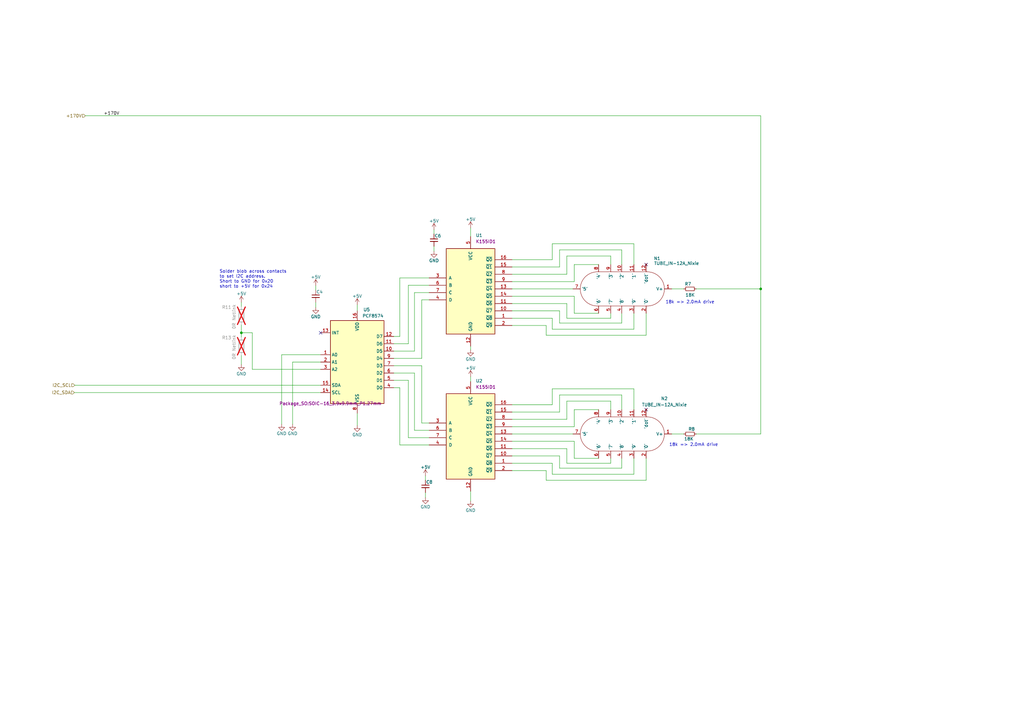
<source format=kicad_sch>
(kicad_sch (version 20250114) (generator "eeschema") (generator_version "9.0")
  (paper "A3")
  (title_block (title "NixieClock") (date "2023-08-22") (rev "01") (company "Terminal Curiosity"))
  (lib_symbols
    (symbol "Device:C_Small" (pin_numbers (hide yes)) (pin_names (offset 0.254) (hide yes))
      (property "Reference" "C" (at 0.254 1.778 0))
      (property "Value" "C_Small" (at 0.254 -2.032 0))
      (symbol "C_Small_0_1"
        (polyline (pts (xy -1.524 0.508) (xy 1.524 0.508)) (stroke (width 0.3048)))
        (polyline (pts (xy -1.524 -0.508) (xy 1.524 -0.508)) (stroke (width 0.3302)))
      )
      (symbol "C_Small_1_1"
        (pin passive line (at 0 2.54 270) (length 2.032) (name "~") (number "1"))
        (pin passive line (at 0 -2.54 90) (length 2.032) (name "~") (number "2"))
      )
    )
    (symbol "Device:R" (pin_numbers (hide yes)) (pin_names (offset 0))
      (property "Reference" "R" (at 2.032 0 90))
      (property "Value" "R" (at 0 0 90))
      (symbol "R_0_1"
        (rectangle (start -1.016 -2.54) (end 1.016 2.54) (stroke (width 0.254)))
      )
      (symbol "R_1_1"
        (pin passive line (at 0 3.81 270) (length 1.27) (name "~") (number "1"))
        (pin passive line (at 0 -3.81 90) (length 1.27) (name "~") (number "2"))
      )
    )
    (symbol "Device:R_Small" (pin_numbers (hide yes)) (pin_names (offset 0.254) (hide yes))
      (property "Reference" "R" (at 0.762 0.508 0))
      (property "Value" "R_Small" (at 0.762 -1.016 0))
      (symbol "R_Small_0_1"
        (rectangle (start -0.762 1.778) (end 0.762 -1.778) (stroke (width 0.2032)))
      )
      (symbol "R_Small_1_1"
        (pin passive line (at 0 2.54 270) (length 0.762) (name "~") (number "1"))
        (pin passive line (at 0 -2.54 90) (length 0.762) (name "~") (number "2"))
      )
    )
    (symbol "TerminalCuriositySymbols:IC_K155ID1_TUBE_DRIVER" (pin_names (offset 1.016))
      (property "Reference" "U?" (at 1 36 0))
      (property "SNAPEDA_PN" "K155ID1" (at -46.14 -2.54 0))
      (symbol "IC_K155ID1_TUBE_DRIVER_0_1"
        (rectangle (start 0 35) (end 20 0) (stroke (width 0.254)) (fill (type background)))
      )
      (symbol "IC_K155ID1_TUBE_DRIVER_1_0"
        (pin power_in line (at 10 40 270) (length 5) (name "VCC") (number "5"))
        (pin power_in line (at 10 -5 90) (length 5) (name "GND") (number "12"))
      )
      (symbol "IC_K155ID1_TUBE_DRIVER_1_1"
        (pin input line (at -7 23 0) (length 7) (name "A") (number "3"))
        (pin input line (at -7 20 0) (length 7) (name "B") (number "6"))
        (pin input line (at -7 17 0) (length 7) (name "C") (number "7"))
        (pin input line (at -7 14 0) (length 7) (name "D") (number "4"))
        (pin open_collector line (at 27 30.5 180) (length 7) (name "~{Q0}") (number "16"))
        (pin open_collector line (at 27 27.5 180) (length 7) (name "~{Q1}") (number "15"))
        (pin open_collector line (at 27 24.5 180) (length 7) (name "~{Q2}") (number "8"))
        (pin open_collector line (at 27 21.5 180) (length 7) (name "~{Q3}") (number "9"))
        (pin open_collector line (at 27 18.5 180) (length 7) (name "~{Q4}") (number "13"))
        (pin open_collector line (at 27 15.5 180) (length 7) (name "~{Q5}") (number "14"))
        (pin open_collector line (at 27 12.5 180) (length 7) (name "~{Q6}") (number "11"))
        (pin open_collector line (at 27 9.5 180) (length 7) (name "~{Q7}") (number "10"))
        (pin open_collector line (at 27 6.5 180) (length 7) (name "~{Q8}") (number "1"))
        (pin open_collector line (at 27 3.5 180) (length 7) (name "~{Q9}") (number "2"))
      )
    )
    (symbol "TerminalCuriositySymbols:IC_PCF8574"
      (property "Reference" "U?" (at 1.5 35.5 0))
      (property "Value" "PCF8574" (at 0 0 0))
      (symbol "IC_PCF8574_0_1"
        (rectangle (start 0 34) (end 22 0) (stroke (width 0.254)) (fill (type background)))
      )
      (symbol "IC_PCF8574_1_1"
        (pin input line (at -4 29 0) (length 4) (name "INT") (number "13"))
        (pin input line (at -4 20 0) (length 4) (name "A0") (number "1"))
        (pin input line (at -4 17 0) (length 4) (name "A1") (number "2"))
        (pin input line (at -4 14 0) (length 4) (name "A2") (number "3"))
        (pin bidirectional line (at -4 7.5 0) (length 4) (name "SDA") (number "15"))
        (pin bidirectional line (at -4 4.5 0) (length 4) (name "SCL") (number "14"))
        (pin power_in line (at 11 38 270) (length 4) (name "VDD") (number "16"))
        (pin power_in line (at 11 -4 90) (length 3.81) (name "VSS") (number "8"))
        (pin tri_state line (at 26 27.5 180) (length 4) (name "D7") (number "12"))
        (pin tri_state line (at 26 24.5 180) (length 4) (name "D6") (number "11"))
        (pin tri_state line (at 26 21.5 180) (length 4) (name "D5") (number "10"))
        (pin tri_state line (at 26 18.5 180) (length 4) (name "D4") (number "9"))
        (pin tri_state line (at 26 15.5 180) (length 4) (name "D3") (number "7"))
        (pin tri_state line (at 26 12.5 180) (length 4) (name "D2") (number "6"))
        (pin tri_state line (at 26 9.5 180) (length 4) (name "D1") (number "5"))
        (pin tri_state line (at 26 6.5 180) (length 4) (name "D0") (number "4"))
      )
    )
    (symbol "TerminalCuriositySymbols:TUBE_IN-12A_Nixie"
      (property "Reference" "N?" (at 14.4635 10.1315 0))
      (property "Value" "TUBE_IN-12A_Nixie" (at 22 8 0))
      (symbol "TUBE_IN-12A_Nixie_0_1"
        (arc (start -10.5 -7) (mid -17.5 0) (end -10.5 7))
        (polyline (pts (xy -10.5 -7) (xy 10 -7)))
        (polyline (pts (xy 10 7) (xy -10.5 7)))
        (arc (start 10 7) (mid 17 0) (end 10 -7))
        (arc (start 17.78 0) (mid 17.78 0) (end 17.78 0))
      )
      (symbol "TUBE_IN-12A_Nixie_1_0"
        (pin power_in line (at -20.5 0 0) (length 3) (name "V+") (number "1"))
        (pin open_collector line (at -10 10 270) (length 3) (name "'0'") (number "2"))
        (pin no_connect line (at -10 -10 90) (length 3) (name "'dot'") (number "12"))
        (pin open_collector line (at -5 10 270) (length 3) (name "'9'") (number "3"))
        (pin open_collector line (at -5 -10 90) (length 3) (name "'1'") (number "11"))
        (pin open_collector line (at 0 10 270) (length 3) (name "'8'") (number "4"))
        (pin open_collector line (at 0 -10 90) (length 3) (name "'2'") (number "10"))
        (pin open_collector line (at 4.5 10 270) (length 3) (name "'7'") (number "5"))
        (pin open_collector line (at 4.5 -10 90) (length 3) (name "'3'") (number "9"))
        (pin open_collector line (at 9.5 10 270) (length 3) (name "'6'") (number "6"))
        (pin open_collector line (at 9.5 -10 90) (length 3) (name "'4'") (number "8"))
        (pin open_collector line (at 20 0 180) (length 3) (name "'5'") (number "7"))
      )
    )
    (symbol "power:+5V" (power) (pin_names (offset 0))
      (property "Value" "+5V" (at 0 3.556 0))
      (symbol "+5V_0_1"
        (polyline (pts (xy -0.762 1.27) (xy 0 2.54)))
        (polyline (pts (xy 0 2.54) (xy 0.762 1.27)))
        (polyline (pts (xy 0 0) (xy 0 2.54)))
      )
      (symbol "+5V_1_1"
        (pin power_in line (at 0 0 90) (length 0) (hide yes) (name "+5V") (number "1"))
      )
    )
    (symbol "power:GND" (power) (pin_names (offset 0))
      (property "Value" "GND" (at 0 -3.81 0))
      (symbol "GND_0_1"
        (polyline (pts (xy 0 0) (xy 0 -1.27) (xy 1.27 -1.27) (xy 0 -2.54) (xy -1.27 -1.27) (xy 0 -1.27)))
      )
      (symbol "GND_1_1"
        (pin power_in line (at 0 0 270) (length 0) (hide yes) (name "GND") (number "1"))
      )
    )
  )
  (text "18k => 2.0mA drive\n" (at 284.5 182.5 0) (effects (font (size 1.27 1.27))))
  (text "Solder blob across contacts\nto set I2C address.\nShort to GND for 0x20\nshort to +5V for 0x24" (at 90 114.5 0) (effects (font (size 1.27 1.27)) (justify left)))
  (text "18k => 2.0mA drive\n" (at 283 124 0) (effects (font (size 1.27 1.27))))
  (junction (at 99 136.5))
  (junction (at 312 118.5))
  (no_connect (at 265 168))
  (no_connect (at 265 108.5))
  (no_connect (at 131.5 136.5))
  (wire (pts (xy 235.5 115.5) (xy 235.5 108.5)))
  (wire (pts (xy 312 47.5) (xy 312 118.5)))
  (wire (pts (xy 99 145.81) (xy 99 149.5)))
  (wire (pts (xy 170 120) (xy 170 144)))
  (wire (pts (xy 164 182.5) (xy 164 159)))
  (wire (pts (xy 235.5 168) (xy 245.5 168)))
  (wire (pts (xy 210 175) (xy 235.5 175)))
  (wire (pts (xy 260 135) (xy 226.5 135)))
  (wire (pts (xy 235.5 188) (xy 245.5 188)))
  (wire (pts (xy 250.5 105) (xy 250.5 108.5)))
  (wire (pts (xy 120 148.5) (xy 120 174)))
  (wire (pts (xy 235.5 181) (xy 235.5 188)))
  (wire (pts (xy 170 176.5) (xy 170 153)))
  (wire (pts (xy 226.5 190) (xy 210 190)))
  (wire (pts (xy 103.5 136.5) (xy 99 136.5)))
  (wire (pts (xy 312 47.5) (xy 35 47.5)))
  (wire (pts (xy 255 132.5) (xy 255 128.5)))
  (wire (pts (xy 224 137.5) (xy 265 137.5)))
  (wire (pts (xy 210 121.5) (xy 235.5 121.5)))
  (wire (pts (xy 131.5 148.5) (xy 120 148.5)))
  (wire (pts (xy 226.5 106.5) (xy 226.5 100)))
  (wire (pts (xy 229.5 187) (xy 229.5 192)))
  (wire (pts (xy 226.5 159.5) (xy 260 159.5)))
  (wire (pts (xy 210 187) (xy 229.5 187)))
  (wire (pts (xy 229.5 162) (xy 255 162)))
  (wire (pts (xy 285.54 118.5) (xy 312 118.5)))
  (wire (pts (xy 178 94.182) (xy 178 95.96)))
  (wire (pts (xy 224 193) (xy 224 197)))
  (wire (pts (xy 210 178) (xy 235 178)))
  (wire (pts (xy 210 115.5) (xy 235.5 115.5)))
  (wire (pts (xy 210 181) (xy 235.5 181)))
  (wire (pts (xy 226.5 166) (xy 226.5 159.5)))
  (wire (pts (xy 129.5 124.04) (xy 129.5 126.072)))
  (wire (pts (xy 260 100) (xy 260 108.5)))
  (wire (pts (xy 232.5 124.5) (xy 210 124.5)))
  (wire (pts (xy 224 133.5) (xy 224 137.5)))
  (wire (pts (xy 170 144) (xy 161.5 144)))
  (wire (pts (xy 260 188) (xy 260 194.5)))
  (wire (pts (xy 226.5 135) (xy 226.5 130.5)))
  (wire (pts (xy 255 192) (xy 255 188)))
  (wire (pts (xy 232.5 105) (xy 250.5 105)))
  (wire (pts (xy 232.5 112.5) (xy 232.5 105)))
  (wire (pts (xy 173 150) (xy 173 173.5)))
  (wire (pts (xy 99 124) (xy 99 125.69)))
  (wire (pts (xy 174.5 202.04) (xy 174.5 204.072)))
  (wire (pts (xy 232.5 172) (xy 232.5 164.5)))
  (wire (pts (xy 164 159) (xy 161.5 159)))
  (wire (pts (xy 275.5 118.5) (xy 280.46 118.5)))
  (wire (pts (xy 235.5 175) (xy 235.5 168)))
  (wire (pts (xy 164 138) (xy 161.5 138)))
  (wire (pts (xy 229.5 132.5) (xy 255 132.5)))
  (wire (pts (xy 232.5 184) (xy 210 184)))
  (wire (pts (xy 161.5 150) (xy 173 150)))
  (wire (pts (xy 210 109.5) (xy 229.5 109.5)))
  (wire (pts (xy 164 114) (xy 176 114)))
  (wire (pts (xy 30.654 158) (xy 131.5 158)))
  (wire (pts (xy 210 118.5) (xy 235 118.5)))
  (wire (pts (xy 173 123) (xy 176 123)))
  (wire (pts (xy 146.5 125) (xy 146.5 127.5)))
  (wire (pts (xy 176 176.5) (xy 170 176.5)))
  (wire (pts (xy 260 159.5) (xy 260 168)))
  (wire (pts (xy 232.5 164.5) (xy 250.5 164.5)))
  (wire (pts (xy 173 147) (xy 173 123)))
  (wire (pts (xy 229.5 127.5) (xy 229.5 132.5)))
  (wire (pts (xy 167.5 141) (xy 167.5 117)))
  (wire (pts (xy 224 197) (xy 265 197)))
  (wire (pts (xy 210 172) (xy 232.5 172)))
  (wire (pts (xy 193 142) (xy 193 143.5)))
  (wire (pts (xy 210 112.5) (xy 232.5 112.5)))
  (wire (pts (xy 235.5 128.5) (xy 245.5 128.5)))
  (wire (pts (xy 161.5 147) (xy 173 147)))
  (wire (pts (xy 146.5 169.5) (xy 146.5 174.5)))
  (wire (pts (xy 232.5 130.5) (xy 232.5 124.5)))
  (wire (pts (xy 161.5 141) (xy 167.5 141)))
  (wire (pts (xy 250.5 188) (xy 250.5 190)))
  (wire (pts (xy 174.5 195.182) (xy 174.5 196.96)))
  (wire (pts (xy 167.5 156) (xy 167.5 179.5)))
  (wire (pts (xy 226.5 100) (xy 260 100)))
  (wire (pts (xy 255 102.5) (xy 255 108.5)))
  (wire (pts (xy 250.5 130.5) (xy 232.5 130.5)))
  (wire (pts (xy 210 169) (xy 229.5 169)))
  (wire (pts (xy 312 118.5) (xy 312 178)))
  (wire (pts (xy 210 193) (xy 224 193)))
  (wire (pts (xy 103.5 151.5) (xy 131.5 151.5)))
  (wire (pts (xy 235.5 108.5) (xy 245.5 108.5)))
  (wire (pts (xy 210 106.5) (xy 226.5 106.5)))
  (wire (pts (xy 229.5 102.5) (xy 255 102.5)))
  (wire (pts (xy 129.5 117.182) (xy 129.5 118.96)))
  (wire (pts (xy 275.5 178) (xy 280.46 178)))
  (wire (pts (xy 210 127.5) (xy 229.5 127.5)))
  (wire (pts (xy 265 197) (xy 265 188)))
  (wire (pts (xy 226.5 130.5) (xy 210 130.5)))
  (wire (pts (xy 176 182.5) (xy 164 182.5)))
  (wire (pts (xy 250.5 128.5) (xy 250.5 130.5)))
  (wire (pts (xy 99 136.5) (xy 99 138.19)))
  (wire (pts (xy 170 153) (xy 161.5 153)))
  (wire (pts (xy 178 101.04) (xy 178 103.072)))
  (wire (pts (xy 193 154.5) (xy 193 156.5)))
  (wire (pts (xy 229.5 192) (xy 255 192)))
  (wire (pts (xy 193 201.5) (xy 193 205.5)))
  (wire (pts (xy 176 120) (xy 170 120)))
  (wire (pts (xy 210 166) (xy 226.5 166)))
  (wire (pts (xy 167.5 117) (xy 176 117)))
  (wire (pts (xy 260 128.5) (xy 260 135)))
  (wire (pts (xy 285.54 178) (xy 312 178)))
  (wire (pts (xy 173 173.5) (xy 176 173.5)))
  (wire (pts (xy 260 194.5) (xy 226.5 194.5)))
  (wire (pts (xy 235.5 121.5) (xy 235.5 128.5)))
  (wire (pts (xy 131.5 145.5) (xy 115.5 145.5)))
  (wire (pts (xy 250.5 190) (xy 232.5 190)))
  (wire (pts (xy 103.5 151.5) (xy 103.5 136.5)))
  (wire (pts (xy 99 133.31) (xy 99 136.5)))
  (wire (pts (xy 229.5 169) (xy 229.5 162)))
  (wire (pts (xy 167.5 179.5) (xy 176 179.5)))
  (wire (pts (xy 255 162) (xy 255 168)))
  (wire (pts (xy 193 93.5) (xy 193 97)))
  (wire (pts (xy 210 133.5) (xy 224 133.5)))
  (wire (pts (xy 265 137.5) (xy 265 128.5)))
  (wire (pts (xy 164 114) (xy 164 138)))
  (wire (pts (xy 232.5 190) (xy 232.5 184)))
  (wire (pts (xy 161.5 156) (xy 167.5 156)))
  (wire (pts (xy 115.5 145.5) (xy 115.5 174)))
  (wire (pts (xy 229.5 109.5) (xy 229.5 102.5)))
  (wire (pts (xy 30.5 161) (xy 131.5 161)))
  (wire (pts (xy 250.5 164.5) (xy 250.5 168)))
  (wire (pts (xy 226.5 194.5) (xy 226.5 190)))
  (label "+170V" (at 42.5 47.5 0))
  (hierarchical_label "I2C_SDA" (shape input) (at 30.5 161 180))
  (hierarchical_label "I2C_SCL" (shape input) (at 30.654 158 180))
  (hierarchical_label "+170V" (shape input) (at 35 47.5 180))
  (symbol (lib_id "power:GND") (at 146.5 174.5 0) (unit 1)
    (property "Reference" "#PWR046" (effects (hide yes)))
    (property "Value" "GND" (at 146.5 178.31 0))
    (instances (project "NixieClock" (path "" (reference "#PWR046") (unit 1)) (path "" (reference "#PWR057") (unit 1))))
  )
  (symbol (lib_id "power:+5V") (at 99 124 0) (unit 1)
    (property "Reference" "#PWR066" (effects (hide yes)))
    (property "Value" "+5V" (at 99 120.444 0))
    (instances (project "NixieClock" (path "" (reference "#PWR066") (unit 1)) (path "" (reference "#PWR067") (unit 1))))
  )
  (symbol (lib_id "power:+5V") (at 193 93.5 0) (unit 1)
    (property "Reference" "#PWR049" (effects (hide yes)))
    (property "Value" "+5V" (at 193 89.944 0))
    (instances (project "NixieClock" (path "" (reference "#PWR049") (unit 1)) (path "" (reference "#PWR060") (unit 1))))
  )
  (symbol (lib_id "TerminalCuriositySymbols:IC_K155ID1_TUBE_DRIVER") (at 183 196.5 0) (unit 1)
    (property "Reference" "U2" (at 195.1433 156.21 0) (effects (justify left)))
    (property "Value" "K155ID1" (effects (hide yes)))
    (property "Footprint" "Package_DIP:DIP-16_W7.62mm" (effects (hide yes)))
    (property "Description" "K155ID1 NIXIE TUBE DRIVER" (effects (hide yes)))
    (property "SNAPEDA_PN" "K155ID1" (at 195.1433 158.75 0) (effects (justify left)))
    (property "MANUFACTURER" "MSI" (effects (hide yes)))
    (instances (project "" (path "" (reference "U2") (unit 1)) (path "" (reference "U4") (unit 1))))
  )
  (symbol (lib_id "power:+5V") (at 174.5 195.182 0) (unit 1)
    (property "Reference" "#PWR047" (effects (hide yes)))
    (property "Value" "+5V" (at 174.5 191.626 0))
    (instances (project "NixieClock" (path "" (reference "#PWR047") (unit 1)) (path "" (reference "#PWR058") (unit 1))))
  )
  (symbol (lib_id "TerminalCuriositySymbols:TUBE_IN-12A_Nixie") (at 255 118.5 180) (unit 1)
    (property "Reference" "N1" (at 269.5 106 0))
    (property "Value" "TUBE_IN-12A_Nixie" (at 277.5 108 0))
    (property "Footprint" "TerminalCuriosityFootprints:in-12_nixie-tube" (effects (hide yes)))
    (property "Description" "IN-12A Nixie tube" (effects (hide yes)))
    (property "Checked" "LP" (effects (hide yes)))
    (instances (project "NixieClock" (path "" (reference "N1") (unit 1)) (path "" (reference "N3") (unit 1))))
  )
  (symbol (lib_id "power:GND") (at 120 174 0) (unit 1)
    (property "Reference" "#PWR035" (effects (hide yes)))
    (property "Value" "GND" (at 120 177.81 0))
    (instances (project "NixieClock" (path "" (reference "#PWR035") (unit 1)) (path "" (reference "#PWR036") (unit 1))))
  )
  (symbol (lib_id "TerminalCuriositySymbols:TUBE_IN-12A_Nixie") (at 255 178 180) (unit 1)
    (property "Reference" "N2" (at 272.5 163.46 0))
    (property "Value" "TUBE_IN-12A_Nixie" (at 272.5 166 0))
    (property "Footprint" "TerminalCuriosityFootprints:in-12_nixie-tube" (effects (hide yes)))
    (property "Description" "IN-12A Nixie tube" (effects (hide yes)))
    (property "Checked" "LP" (effects (hide yes)))
    (instances (project "NixieClock" (path "" (reference "N2") (unit 1)) (path "" (reference "N4") (unit 1))))
  )
  (symbol (lib_id "power:+5V") (at 146.5 125 0) (unit 1)
    (property "Reference" "#PWR045" (effects (hide yes)))
    (property "Value" "+5V" (at 146.5 121.444 0))
    (instances (project "NixieClock" (path "" (reference "#PWR045") (unit 1)) (path "" (reference "#PWR056") (unit 1))))
  )
  (symbol (lib_id "power:GND") (at 193 205.5 0) (unit 1)
    (property "Reference" "#PWR052" (effects (hide yes)))
    (property "Value" "GND" (at 193 209.31 0))
    (instances (project "NixieClock" (path "" (reference "#PWR052") (unit 1)) (path "" (reference "#PWR063") (unit 1))))
  )
  (symbol (lib_id "power:+5V") (at 193 154.5 0) (unit 1)
    (property "Reference" "#PWR051" (effects (hide yes)))
    (property "Value" "+5V" (at 193 150.944 0))
    (instances (project "NixieClock" (path "" (reference "#PWR051") (unit 1)) (path "" (reference "#PWR062") (unit 1))))
  )
  (symbol (lib_id "Device:C_Small") (at 178 98.5 0) (unit 1)
    (property "Reference" "C6" (at 178.254 96.722 0) (effects (justify left)))
    (property "Value" "100nF" (effects (hide yes)))
    (property "Footprint" "Capacitor_SMD:C_0603_1608Metric_Pad1.08x0.95mm_HandSolder" (effects (hide yes)))
    (property "Supplier" "Digikey" (effects (hide yes)))
    (property "Manufacturer P/N" "CL21B104KCFNNNE" (effects (hide yes)))
    (property "Manufacturer" "Samsung" (effects (hide yes)))
    (instances (project "NixieClock" (path "" (reference "C6") (unit 1)) (path "" (reference "C7") (unit 1))))
  )
  (symbol (lib_id "power:GND") (at 115.5 174 0) (unit 1)
    (property "Reference" "#PWR033" (effects (hide yes)))
    (property "Value" "GND" (at 115.5 177.81 0))
    (instances (project "NixieClock" (path "" (reference "#PWR033") (unit 1)) (path "" (reference "#PWR034") (unit 1))))
  )
  (symbol (lib_id "Device:R") (at 99 142 0) (unit 1) (in_bom no) (dnp yes)
    (property "Reference" "R13" (at 91 138.5 0) (effects (justify left)))
    (property "Value" "0R Netlink" (at 96 147.5 90) (effects (justify left)))
    (property "Footprint" "Resistor_SMD:R_0402_1005Metric" (effects (hide yes)))
    (property "Description" "Resistor" (effects (hide yes)))
    (instances (project "NixieClock" (path "" (reference "R13") (unit 1)) (path "" (reference "R14") (unit 1))))
  )
  (symbol (lib_id "power:+5V") (at 129.5 117.182 0) (unit 1)
    (property "Reference" "#PWR037" (effects (hide yes)))
    (property "Value" "+5V" (at 129.5 113.626 0))
    (instances (project "NixieClock" (path "" (reference "#PWR037") (unit 1)) (path "" (reference "#PWR038") (unit 1))))
  )
  (symbol (lib_id "power:GND") (at 129.5 126.072 0) (unit 1)
    (property "Reference" "#PWR044" (effects (hide yes)))
    (property "Value" "GND" (at 129.5 129.882 0))
    (instances (project "NixieClock" (path "" (reference "#PWR044") (unit 1)) (path "" (reference "#PWR055") (unit 1))))
  )
  (symbol (lib_id "power:GND") (at 193 143.5 0) (unit 1)
    (property "Reference" "#PWR050" (effects (hide yes)))
    (property "Value" "GND" (at 193 147.31 0))
    (instances (project "NixieClock" (path "" (reference "#PWR050") (unit 1)) (path "" (reference "#PWR061") (unit 1))))
  )
  (symbol (lib_id "power:GND") (at 99 149.5 0) (unit 1)
    (property "Reference" "#PWR031" (effects (hide yes)))
    (property "Value" "GND" (at 99 153.31 0))
    (instances (project "NixieClock" (path "" (reference "#PWR031") (unit 1)) (path "" (reference "#PWR032") (unit 1))))
  )
  (symbol (lib_id "power:+5V") (at 178 94.182 0) (unit 1)
    (property "Reference" "#PWR053" (effects (hide yes)))
    (property "Value" "+5V" (at 178 90.626 0))
    (instances (project "NixieClock" (path "" (reference "#PWR053") (unit 1)) (path "" (reference "#PWR064") (unit 1))))
  )
  (symbol (lib_id "Device:C_Small") (at 174.5 199.5 0) (unit 1)
    (property "Reference" "C8" (at 174.754 197.722 0) (effects (justify left)))
    (property "Value" "100nF" (effects (hide yes)))
    (property "Footprint" "Capacitor_SMD:C_0603_1608Metric_Pad1.08x0.95mm_HandSolder" (effects (hide yes)))
    (property "Supplier" "Digikey" (effects (hide yes)))
    (property "Manufacturer P/N" "CL21B104KCFNNNE" (effects (hide yes)))
    (property "Manufacturer" "Samsung" (effects (hide yes)))
    (instances (project "NixieClock" (path "" (reference "C8") (unit 1)) (path "" (reference "C9") (unit 1))))
  )
  (symbol (lib_id "Device:C_Small") (at 129.5 121.5 0) (unit 1)
    (property "Reference" "C4" (at 129.754 119.722 0) (effects (justify left)))
    (property "Value" "100nF" (effects (hide yes)))
    (property "Footprint" "Capacitor_SMD:C_0603_1608Metric_Pad1.08x0.95mm_HandSolder" (effects (hide yes)))
    (property "Supplier" "Digikey" (effects (hide yes)))
    (property "Manufacturer P/N" "CL21B104KCFNNNE" (effects (hide yes)))
    (property "Manufacturer" "Samsung" (effects (hide yes)))
    (instances (project "NixieClock" (path "" (reference "C4") (unit 1)) (path "" (reference "C5") (unit 1))))
  )
  (symbol (lib_id "power:GND") (at 174.5 204.072 0) (unit 1)
    (property "Reference" "#PWR048" (effects (hide yes)))
    (property "Value" "GND" (at 174.5 207.882 0))
    (instances (project "NixieClock" (path "" (reference "#PWR048") (unit 1)) (path "" (reference "#PWR059") (unit 1))))
  )
  (symbol (lib_id "TerminalCuriositySymbols:IC_PCF8574") (at 135.5 165.5 0) (unit 1)
    (property "Reference" "U5" (at 149 127 0) (effects (justify left)))
    (property "Value" "PCF8574" (at 148.6433 129.54 0) (effects (justify left)))
    (property "Footprint" "Package_SO:SOIC-16_3.9x9.9mm_P1.27mm" (at 135.5 165.5 0))
    (property "Description" "PCF8574 8BIT I2C PORT EXPANDER" (effects (hide yes)))
    (instances (project "NixieClock" (path "" (reference "U5") (unit 1)) (path "" (reference "U6") (unit 1))))
  )
  (symbol (lib_id "Device:R") (at 99 129.5 0) (unit 1) (in_bom no) (dnp yes)
    (property "Reference" "R11" (at 91 126 0) (effects (justify left)))
    (property "Value" "0R Netlink" (at 96 135 90) (effects (justify left)))
    (property "Footprint" "Resistor_SMD:R_0402_1005Metric" (effects (hide yes)))
    (property "Description" "Resistor" (effects (hide yes)))
    (instances (project "" (path "" (reference "R11") (unit 1)) (path "" (reference "R12") (unit 1))))
  )
  (symbol (lib_id "Device:R_Small") (at 283 118.5 90) (unit 1)
    (property "Reference" "R7" (at 283.5 116.5 90) (effects (justify left)))
    (property "Value" "18K" (at 285 121 90) (effects (justify left)))
    (property "Footprint" "Resistor_SMD:R_0805_2012Metric_Pad1.20x1.40mm_HandSolder" (effects (hide yes)))
    (property "Manufacturer" "YAGEO" (effects (hide yes)))
    (property "Manufacturer PN" "RC0805JR-0718KL" (effects (hide yes)))
    (instances (project "NixieClock" (path "" (reference "R7") (unit 1)) (path "" (reference "R9") (unit 1))))
  )
  (symbol (lib_id "Device:R_Small") (at 283 178 90) (unit 1)
    (property "Reference" "R8" (at 285 176 90) (effects (justify left)))
    (property "Value" "18K" (at 284.5 180 90) (effects (justify left)))
    (property "Footprint" "Resistor_SMD:R_0805_2012Metric_Pad1.20x1.40mm_HandSolder" (effects (hide yes)))
    (property "Manufacturer" "YAGEO" (effects (hide yes)))
    (property "Manufacturer P/N" "RC0805JR-0718KL" (effects (hide yes)))
    (property "Supplier" "Digikey" (effects (hide yes)))
    (instances (project "NixieClock" (path "" (reference "R8") (unit 1)) (path "" (reference "R10") (unit 1))))
  )
  (symbol (lib_id "power:GND") (at 178 103.072 0) (unit 1)
    (property "Reference" "#PWR054" (effects (hide yes)))
    (property "Value" "GND" (at 178 106.882 0))
    (instances (project "NixieClock" (path "" (reference "#PWR054") (unit 1)) (path "" (reference "#PWR065") (unit 1))))
  )
  (symbol (lib_id "TerminalCuriositySymbols:IC_K155ID1_TUBE_DRIVER") (at 183 137 0) (unit 1)
    (property "Reference" "U1" (at 195.1433 96.52 0) (effects (justify left)))
    (property "Value" "K155ID1" (effects (hide yes)))
    (property "Footprint" "Package_DIP:DIP-16_W7.62mm" (effects (hide yes)))
    (property "Description" "K155ID1 NIXIE TUBE DRIVER" (effects (hide yes)))
    (property "SNAPEDA_PN" "K155ID1" (at 195.1433 99.06 0) (effects (justify left)))
    (property "MANUFACTURER" "MSI" (effects (hide yes)))
    (instances (project "NixieClock" (path "" (reference "U1") (unit 1)) (path "" (reference "U3") (unit 1))))
  )
)
</source>
